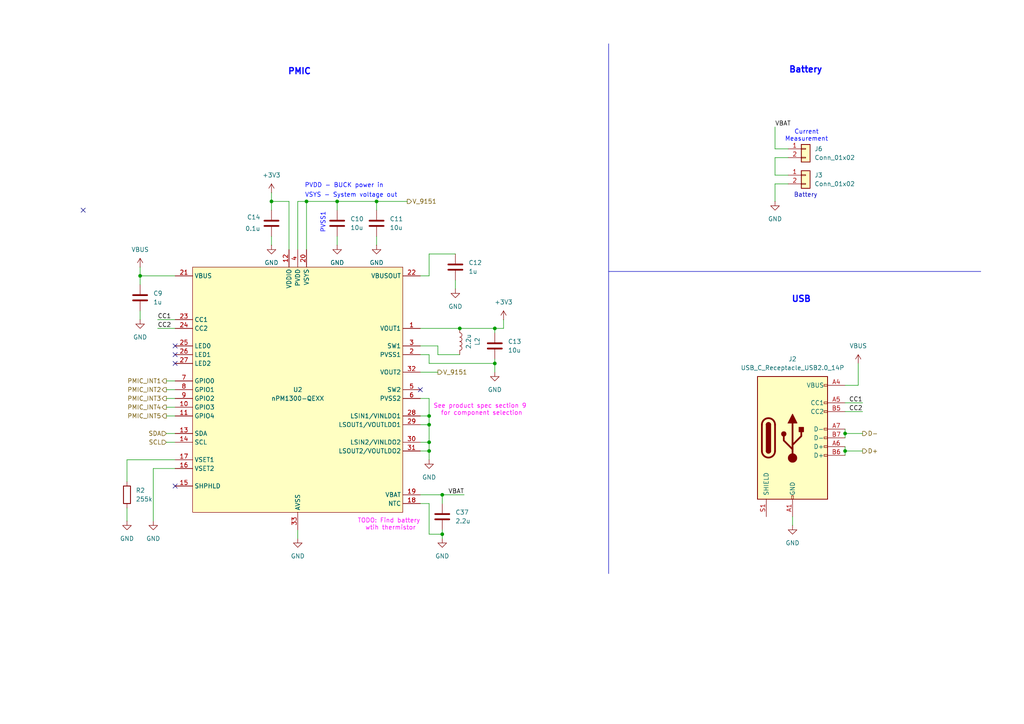
<source format=kicad_sch>
(kicad_sch (version 20250114) (generator "eeschema") (generator_version "9.0")
  (paper "A4")
  (lib_symbols
    (symbol "Connector:USB_C_Receptacle_USB2.0_14P" (pin_names (offset 1.016))
      (property "Reference" "J" (at 0 22.225 0))
      (property "Value" "USB_C_Receptacle_USB2.0_14P" (at 0 19.685 0))
      (symbol "USB_C_Receptacle_USB2.0_14P_0_0"
        (rectangle (start -0.254 -17.78) (end 0.254 -16.764))
        (rectangle (start 10.16 15.494) (end 9.144 14.986))
        (rectangle (start 10.16 10.414) (end 9.144 9.906))
        (rectangle (start 10.16 7.874) (end 9.144 7.366))
        (rectangle (start 10.16 2.794) (end 9.144 2.286))
        (rectangle (start 10.16 0.254) (end 9.144 -0.254))
        (rectangle (start 10.16 -2.286) (end 9.144 -2.794))
        (rectangle (start 10.16 -4.826) (end 9.144 -5.334))
      )
      (symbol "USB_C_Receptacle_USB2.0_14P_0_1"
        (rectangle (start -10.16 17.78) (end 10.16 -17.78) (stroke (width 0.254)) (fill (type background)))
        (polyline (pts (xy -8.89 -3.81) (xy -8.89 3.81)) (stroke (width 0.508)))
        (rectangle (start -7.62 -3.81) (end -6.35 3.81) (stroke (width 0.254)) (fill (type outline)))
        (arc (start -7.62 3.81) (mid -6.985 4.4423) (end -6.35 3.81) (stroke (width 0.254)))
        (arc (start -7.62 3.81) (mid -6.985 4.4423) (end -6.35 3.81) (stroke (width 0.254)) (fill (type outline)))
        (arc (start -8.89 3.81) (mid -6.985 5.7067) (end -5.08 3.81) (stroke (width 0.508)))
        (arc (start -5.08 -3.81) (mid -6.985 -5.7067) (end -8.89 -3.81) (stroke (width 0.508)))
        (arc (start -6.35 -3.81) (mid -6.985 -4.4423) (end -7.62 -3.81) (stroke (width 0.254)))
        (arc (start -6.35 -3.81) (mid -6.985 -4.4423) (end -7.62 -3.81) (stroke (width 0.254)) (fill (type outline)))
        (polyline (pts (xy -5.08 3.81) (xy -5.08 -3.81)) (stroke (width 0.508)))
        (circle (center -2.54 1.143) (radius 0.635) (stroke (width 0.254)) (fill (type outline)))
        (polyline (pts (xy -1.27 4.318) (xy 0 6.858) (xy 1.27 4.318) (xy -1.27 4.318)) (stroke (width 0.254)) (fill (type outline)))
        (polyline (pts (xy 0 -2.032) (xy 2.54 0.508) (xy 2.54 1.778)) (stroke (width 0.508)))
        (polyline (pts (xy 0 -3.302) (xy -2.54 -0.762) (xy -2.54 0.508)) (stroke (width 0.508)))
        (polyline (pts (xy 0 -5.842) (xy 0 4.318)) (stroke (width 0.508)))
        (circle (center 0 -5.842) (radius 1.27) (fill (type outline)))
        (rectangle (start 1.905 1.778) (end 3.175 3.048) (stroke (width 0.254)) (fill (type outline)))
      )
      (symbol "USB_C_Receptacle_USB2.0_14P_1_1"
        (pin passive line (at -7.62 -22.86 90) (length 5.08) (name "SHIELD") (number "S1"))
        (pin passive line (at 0 -22.86 90) (length 5.08) (name "GND") (number "A1"))
        (pin passive line (at 0 -22.86 90) (length 5.08) (hide yes) (name "GND") (number "A12"))
        (pin passive line (at 0 -22.86 90) (length 5.08) (hide yes) (name "GND") (number "B1"))
        (pin passive line (at 0 -22.86 90) (length 5.08) (hide yes) (name "GND") (number "B12"))
        (pin passive line (at 15.24 15.24 180) (length 5.08) (name "VBUS") (number "A4"))
        (pin passive line (at 15.24 15.24 180) (length 5.08) (hide yes) (name "VBUS") (number "A9"))
        (pin passive line (at 15.24 15.24 180) (length 5.08) (hide yes) (name "VBUS") (number "B4"))
        (pin passive line (at 15.24 15.24 180) (length 5.08) (hide yes) (name "VBUS") (number "B9"))
        (pin bidirectional line (at 15.24 10.16 180) (length 5.08) (name "CC1") (number "A5"))
        (pin bidirectional line (at 15.24 7.62 180) (length 5.08) (name "CC2") (number "B5"))
        (pin bidirectional line (at 15.24 2.54 180) (length 5.08) (name "D-") (number "A7"))
        (pin bidirectional line (at 15.24 0 180) (length 5.08) (name "D-") (number "B7"))
        (pin bidirectional line (at 15.24 -2.54 180) (length 5.08) (name "D+") (number "A6"))
        (pin bidirectional line (at 15.24 -5.08 180) (length 5.08) (name "D+") (number "B6"))
      )
    )
    (symbol "Connector_Generic:Conn_01x02" (pin_names (offset 1.016) (hide yes))
      (property "Reference" "J" (at 0 2.54 0))
      (property "Value" "Conn_01x02" (at 0 -5.08 0))
      (symbol "Conn_01x02_1_1"
        (rectangle (start -1.27 1.27) (end 1.27 -3.81) (stroke (width 0.254)) (fill (type background)))
        (rectangle (start -1.27 0.127) (end 0 -0.127) (stroke (width 0.1524)))
        (rectangle (start -1.27 -2.413) (end 0 -2.667) (stroke (width 0.1524)))
        (pin passive line (at -5.08 0 0) (length 3.81) (name "Pin_1") (number "1"))
        (pin passive line (at -5.08 -2.54 0) (length 3.81) (name "Pin_2") (number "2"))
      )
    )
    (symbol "Device:C" (pin_numbers (hide yes)) (pin_names (offset 0.254))
      (property "Reference" "C" (at 0.635 2.54 0))
      (property "Value" "C" (at 0.635 -2.54 0))
      (symbol "C_0_1"
        (polyline (pts (xy -2.032 0.762) (xy 2.032 0.762)) (stroke (width 0.508)))
        (polyline (pts (xy -2.032 -0.762) (xy 2.032 -0.762)) (stroke (width 0.508)))
      )
      (symbol "C_1_1"
        (pin passive line (at 0 3.81 270) (length 2.794) (name "~") (number "1"))
        (pin passive line (at 0 -3.81 90) (length 2.794) (name "~") (number "2"))
      )
    )
    (symbol "Device:L" (pin_numbers (hide yes)) (pin_names (offset 1.016) (hide yes))
      (property "Reference" "L" (at -1.27 0 90))
      (property "Value" "L" (at 1.905 0 90))
      (symbol "L_0_1"
        (arc (start 0 2.54) (mid 0.6323 1.905) (end 0 1.27))
        (arc (start 0 1.27) (mid 0.6323 0.635) (end 0 0))
        (arc (start 0 0) (mid 0.6323 -0.635) (end 0 -1.27))
        (arc (start 0 -1.27) (mid 0.6323 -1.905) (end 0 -2.54))
      )
      (symbol "L_1_1"
        (pin passive line (at 0 3.81 270) (length 1.27) (name "1") (number "1"))
        (pin passive line (at 0 -3.81 90) (length 1.27) (name "2") (number "2"))
      )
    )
    (symbol "Device:R" (pin_numbers (hide yes)) (pin_names (offset 0))
      (property "Reference" "R" (at 2.032 0 90))
      (property "Value" "R" (at 0 0 90))
      (symbol "R_0_1"
        (rectangle (start -1.016 -2.54) (end 1.016 2.54) (stroke (width 0.254)))
      )
      (symbol "R_1_1"
        (pin passive line (at 0 3.81 270) (length 1.27) (name "~") (number "1"))
        (pin passive line (at 0 -3.81 90) (length 1.27) (name "~") (number "2"))
      )
    )
    (symbol "nordic-lib-kicad-npm:nPM1300-QEXX"
      (property "Reference" "U" (at 0 0 0))
      (property "Value" "nPM1300-QEXX" (at 0 -2.54 0))
      (symbol "nPM1300-QEXX_0_0"
        (pin power_in line (at -35.56 33.02 0) (length 5.08) (name "VBUS") (number "21"))
        (pin bidirectional line (at -35.56 20.32 0) (length 5.08) (name "CC1") (number "23"))
        (pin bidirectional line (at -35.56 17.78 0) (length 5.08) (name "CC2") (number "24"))
        (pin open_collector line (at -35.56 12.7 0) (length 5.08) (name "LED0") (number "25"))
        (pin open_collector line (at -35.56 10.16 0) (length 5.08) (name "LED1") (number "26"))
        (pin open_collector line (at -35.56 7.62 0) (length 5.08) (name "LED2") (number "27"))
        (pin bidirectional line (at -35.56 2.54 0) (length 5.08) (name "GPIO0") (number "7"))
        (pin bidirectional line (at -35.56 0 0) (length 5.08) (name "GPIO1") (number "8"))
        (pin bidirectional line (at -35.56 -2.54 0) (length 5.08) (name "GPIO2") (number "9"))
        (pin bidirectional line (at -35.56 -5.08 0) (length 5.08) (name "GPIO3") (number "10"))
        (pin bidirectional line (at -35.56 -7.62 0) (length 5.08) (name "GPIO4") (number "11"))
        (pin bidirectional line (at -35.56 -12.7 0) (length 5.08) (name "SDA") (number "13"))
        (pin bidirectional line (at -35.56 -15.24 0) (length 5.08) (name "SCL") (number "14"))
        (pin passive line (at -35.56 -20.32 0) (length 5.08) (name "VSET1") (number "17"))
        (pin passive line (at -35.56 -22.86 0) (length 5.08) (name "VSET2") (number "16"))
        (pin input line (at -35.56 -27.94 0) (length 5.08) (name "SHPHLD") (number "15"))
        (pin power_in line (at -2.54 40.64 270) (length 5.08) (name "VDDIO") (number "12"))
        (pin power_in line (at 0 40.64 270) (length 5.08) (name "PVDD") (number "4"))
        (pin power_in line (at 0 -40.64 90) (length 5.08) (name "AVSS") (number "33"))
        (pin power_out line (at 2.54 40.64 270) (length 5.08) (name "VSYS") (number "20"))
        (pin power_out line (at 35.56 33.02 180) (length 5.08) (name "VBUSOUT") (number "22"))
        (pin power_out line (at 35.56 17.78 180) (length 5.08) (name "VOUT1") (number "1"))
        (pin passive line (at 35.56 12.7 180) (length 5.08) (name "SW1") (number "3"))
        (pin power_out line (at 35.56 5.08 180) (length 5.08) (name "VOUT2") (number "32"))
        (pin passive line (at 35.56 0 180) (length 5.08) (name "SW2") (number "5"))
        (pin output line (at 35.56 -10.16 180) (length 5.08) (name "LSOUT1/VOUTLDO1") (number "29"))
        (pin input line (at 35.56 -15.24 180) (length 5.08) (name "LSIN2/VINLDO2") (number "30"))
        (pin output line (at 35.56 -17.78 180) (length 5.08) (name "LSOUT2/VOUTLDO2") (number "31"))
        (pin power_in line (at 35.56 -30.48 180) (length 5.08) (name "VBAT") (number "19"))
        (pin passive line (at 35.56 -33.02 180) (length 5.08) (name "NTC") (number "18"))
      )
      (symbol "nPM1300-QEXX_1_0"
        (pin power_in line (at 35.56 10.16 180) (length 5.08) (name "PVSS1") (number "2"))
        (pin power_in line (at 35.56 -2.54 180) (length 5.08) (name "PVSS2") (number "6"))
        (pin input line (at 35.56 -7.62 180) (length 5.08) (name "LSIN1/VINLDO1") (number "28"))
      )
      (symbol "nPM1300-QEXX_1_1"
        (rectangle (start -30.48 35.56) (end 30.48 -35.56) (fill (type background)))
      )
    )
    (symbol "power:+3V3" (power) (pin_numbers (hide yes)) (pin_names (offset 0) (hide yes))
      (property "Value" "+3V3" (at 0 3.556 0))
      (symbol "+3V3_0_1"
        (polyline (pts (xy -0.762 1.27) (xy 0 2.54)))
        (polyline (pts (xy 0 2.54) (xy 0.762 1.27)))
        (polyline (pts (xy 0 0) (xy 0 2.54)))
      )
      (symbol "+3V3_1_1"
        (pin power_in line (at 0 0 90) (length 0) (name "~") (number "1"))
      )
    )
    (symbol "power:GND" (power) (pin_numbers (hide yes)) (pin_names (offset 0) (hide yes))
      (property "Value" "GND" (at 0 -3.81 0))
      (symbol "GND_0_1"
        (polyline (pts (xy 0 0) (xy 0 -1.27) (xy 1.27 -1.27) (xy 0 -2.54) (xy -1.27 -1.27) (xy 0 -1.27)))
      )
      (symbol "GND_1_1"
        (pin power_in line (at 0 0 270) (length 0) (name "~") (number "1"))
      )
    )
    (symbol "power:VBUS" (power) (pin_numbers (hide yes)) (pin_names (offset 0) (hide yes))
      (property "Value" "VBUS" (at 0 3.556 0))
      (symbol "VBUS_0_1"
        (polyline (pts (xy -0.762 1.27) (xy 0 2.54)))
        (polyline (pts (xy 0 2.54) (xy 0.762 1.27)))
        (polyline (pts (xy 0 0) (xy 0 2.54)))
      )
      (symbol "VBUS_1_1"
        (pin power_in line (at 0 0 90) (length 0) (name "~") (number "1"))
      )
    )
  )
  (text "TODO: Find battery \nwtih thermistor" (at 113.284 152.146 0) (effects (font (size 1.27 1.27))))
  (text "PMIC" (at 86.868 20.828 0) (effects (font (size 1.778 1.778) (thickness 0.3556) (bold yes))))
  (text "Battery\n" (at 233.68 56.642 0) (effects (font (size 1.27 1.27))))
  (text "Battery" (at 233.68 20.32 0) (effects (font (size 1.778 1.778) (thickness 0.3556) (bold yes))))
  (text "USB" (at 232.41 86.868 0) (effects (font (size 1.778 1.778) (thickness 0.3556) (bold yes))))
  (text "PVDD - BUCK power in" (at 99.822 53.848 0) (effects (font (size 1.27 1.27))))
  (text "See product spec section 9 \nfor component selection" (at 139.7 118.872 0) (effects (font (size 1.27 1.27))))
  (text "VSYS - System voltage out" (at 101.854 56.642 0) (effects (font (size 1.27 1.27))))
  (text "Current\nMeasurement" (at 233.934 39.37 0) (effects (font (size 1.27 1.27))))
  (text "PVSS1" (at 93.726 64.516 90) (effects (font (size 1.27 1.27))))
  (junction (at 97.79 58.42))
  (junction (at 128.27 143.51))
  (junction (at 133.35 95.25))
  (junction (at 245.11 125.73))
  (junction (at 40.64 80.01))
  (junction (at 128.27 154.94))
  (junction (at 124.46 123.19))
  (junction (at 109.22 58.42))
  (junction (at 124.46 120.65))
  (junction (at 124.46 130.81))
  (junction (at 124.46 128.27))
  (junction (at 245.11 130.81))
  (junction (at 143.51 105.41))
  (junction (at 78.74 58.42))
  (junction (at 88.9 58.42))
  (junction (at 143.51 95.25))
  (no_connect (at 50.8 100.33))
  (no_connect (at 24.13 60.96))
  (no_connect (at 50.8 140.97))
  (no_connect (at 50.8 102.87))
  (no_connect (at 121.92 113.03))
  (no_connect (at 50.8 105.41))
  (wire (pts (xy 97.79 58.42) (xy 88.9 58.42)))
  (wire (pts (xy 48.26 113.03) (xy 50.8 113.03)))
  (wire (pts (xy 121.92 120.65) (xy 124.46 120.65)))
  (wire (pts (xy 86.36 58.42) (xy 86.36 72.39)))
  (wire (pts (xy 245.11 111.76) (xy 248.92 111.76)))
  (wire (pts (xy 128.27 153.67) (xy 128.27 154.94)))
  (wire (pts (xy 44.45 135.89) (xy 44.45 151.13)))
  (wire (pts (xy 40.64 77.47) (xy 40.64 80.01)))
  (polyline (pts (xy 176.53 78.74) (xy 284.48 78.74)))
  (wire (pts (xy 83.82 58.42) (xy 83.82 72.39)))
  (wire (pts (xy 40.64 90.17) (xy 40.64 92.71)))
  (wire (pts (xy 143.51 105.41) (xy 143.51 107.95)))
  (wire (pts (xy 124.46 128.27) (xy 124.46 130.81)))
  (wire (pts (xy 121.92 95.25) (xy 133.35 95.25)))
  (wire (pts (xy 124.46 123.19) (xy 124.46 128.27)))
  (wire (pts (xy 78.74 58.42) (xy 78.74 60.96)))
  (wire (pts (xy 245.11 119.38) (xy 250.19 119.38)))
  (wire (pts (xy 124.46 154.94) (xy 128.27 154.94)))
  (wire (pts (xy 133.35 95.25) (xy 143.51 95.25)))
  (wire (pts (xy 45.72 92.71) (xy 50.8 92.71)))
  (wire (pts (xy 124.46 105.41) (xy 124.46 102.87)))
  (wire (pts (xy 245.11 130.81) (xy 245.11 132.08)))
  (wire (pts (xy 128.27 143.51) (xy 128.27 146.05)))
  (wire (pts (xy 143.51 104.14) (xy 143.51 105.41)))
  (wire (pts (xy 124.46 73.66) (xy 132.08 73.66)))
  (wire (pts (xy 121.92 146.05) (xy 124.46 146.05)))
  (wire (pts (xy 128.27 143.51) (xy 134.62 143.51)))
  (polyline (pts (xy 176.53 12.7) (xy 176.53 166.37)))
  (wire (pts (xy 109.22 58.42) (xy 97.79 58.42)))
  (wire (pts (xy 248.92 105.41) (xy 248.92 111.76)))
  (wire (pts (xy 109.22 68.58) (xy 109.22 71.12)))
  (wire (pts (xy 124.46 80.01) (xy 124.46 73.66)))
  (wire (pts (xy 109.22 58.42) (xy 109.22 60.96)))
  (wire (pts (xy 48.26 115.57) (xy 50.8 115.57)))
  (wire (pts (xy 224.79 45.72) (xy 224.79 50.8)))
  (wire (pts (xy 146.05 95.25) (xy 146.05 92.71)))
  (wire (pts (xy 109.22 58.42) (xy 118.11 58.42)))
  (wire (pts (xy 228.6 43.18) (xy 224.79 43.18)))
  (wire (pts (xy 127 100.33) (xy 127 102.87)))
  (wire (pts (xy 78.74 55.88) (xy 78.74 58.42)))
  (wire (pts (xy 88.9 58.42) (xy 88.9 72.39)))
  (wire (pts (xy 45.72 95.25) (xy 50.8 95.25)))
  (wire (pts (xy 48.26 110.49) (xy 50.8 110.49)))
  (wire (pts (xy 245.11 124.46) (xy 245.11 125.73)))
  (wire (pts (xy 48.26 118.11) (xy 50.8 118.11)))
  (wire (pts (xy 97.79 58.42) (xy 97.79 60.96)))
  (wire (pts (xy 40.64 80.01) (xy 50.8 80.01)))
  (wire (pts (xy 97.79 68.58) (xy 97.79 71.12)))
  (wire (pts (xy 127 102.87) (xy 133.35 102.87)))
  (wire (pts (xy 143.51 95.25) (xy 143.51 96.52)))
  (wire (pts (xy 121.92 130.81) (xy 124.46 130.81)))
  (wire (pts (xy 224.79 53.34) (xy 224.79 58.42)))
  (wire (pts (xy 40.64 80.01) (xy 40.64 82.55)))
  (wire (pts (xy 78.74 68.58) (xy 78.74 71.12)))
  (wire (pts (xy 124.46 102.87) (xy 121.92 102.87)))
  (wire (pts (xy 124.46 146.05) (xy 124.46 154.94)))
  (wire (pts (xy 50.8 135.89) (xy 44.45 135.89)))
  (wire (pts (xy 245.11 125.73) (xy 250.19 125.73)))
  (wire (pts (xy 48.26 125.73) (xy 50.8 125.73)))
  (wire (pts (xy 121.92 100.33) (xy 127 100.33)))
  (wire (pts (xy 86.36 153.67) (xy 86.36 156.21)))
  (wire (pts (xy 36.83 147.32) (xy 36.83 151.13)))
  (wire (pts (xy 228.6 45.72) (xy 224.79 45.72)))
  (wire (pts (xy 224.79 50.8) (xy 228.6 50.8)))
  (wire (pts (xy 78.74 58.42) (xy 83.82 58.42)))
  (wire (pts (xy 121.92 143.51) (xy 128.27 143.51)))
  (wire (pts (xy 124.46 105.41) (xy 143.51 105.41)))
  (wire (pts (xy 121.92 123.19) (xy 124.46 123.19)))
  (wire (pts (xy 128.27 154.94) (xy 128.27 156.21)))
  (wire (pts (xy 121.92 128.27) (xy 124.46 128.27)))
  (wire (pts (xy 86.36 58.42) (xy 88.9 58.42)))
  (wire (pts (xy 245.11 125.73) (xy 245.11 127)))
  (wire (pts (xy 245.11 116.84) (xy 250.19 116.84)))
  (wire (pts (xy 245.11 129.54) (xy 245.11 130.81)))
  (wire (pts (xy 229.87 149.86) (xy 229.87 152.4)))
  (wire (pts (xy 48.26 128.27) (xy 50.8 128.27)))
  (wire (pts (xy 121.92 107.95) (xy 127 107.95)))
  (wire (pts (xy 48.26 120.65) (xy 50.8 120.65)))
  (wire (pts (xy 228.6 53.34) (xy 224.79 53.34)))
  (wire (pts (xy 121.92 80.01) (xy 124.46 80.01)))
  (wire (pts (xy 124.46 130.81) (xy 124.46 133.35)))
  (wire (pts (xy 245.11 130.81) (xy 250.19 130.81)))
  (wire (pts (xy 224.79 36.83) (xy 224.79 43.18)))
  (wire (pts (xy 143.51 95.25) (xy 146.05 95.25)))
  (wire (pts (xy 36.83 133.35) (xy 36.83 139.7)))
  (wire (pts (xy 121.92 115.57) (xy 124.46 115.57)))
  (wire (pts (xy 50.8 133.35) (xy 36.83 133.35)))
  (wire (pts (xy 132.08 81.28) (xy 132.08 83.82)))
  (wire (pts (xy 124.46 115.57) (xy 124.46 120.65)))
  (wire (pts (xy 124.46 120.65) (xy 124.46 123.19)))
  (label "CC1" (at 250.19 116.84 180))
  (label "CC2" (at 250.19 119.38 180))
  (label "VBAT" (at 224.79 36.83 0))
  (label "VBAT" (at 134.62 143.51 180))
  (label "CC1" (at 45.72 92.71 0))
  (label "CC2" (at 45.72 95.25 0))
  (hierarchical_label "PMIC_INT2" (shape output) (at 48.26 113.03 180))
  (hierarchical_label "PMIC_INT3" (shape output) (at 48.26 115.57 180))
  (hierarchical_label "D+" (shape output) (at 250.19 130.81 0))
  (hierarchical_label "V_9151" (shape output) (at 118.11 58.42 0))
  (hierarchical_label "SCL" (shape input) (at 48.26 128.27 180))
  (hierarchical_label "SDA" (shape input) (at 48.26 125.73 180))
  (hierarchical_label "PMIC_INT5" (shape output) (at 48.26 120.65 180))
  (hierarchical_label "V_9151" (shape output) (at 127 107.95 0))
  (hierarchical_label "PMIC_INT1" (shape output) (at 48.26 110.49 180))
  (hierarchical_label "D-" (shape output) (at 250.19 125.73 0))
  (hierarchical_label "PMIC_INT4" (shape output) (at 48.26 118.11 180))
  (symbol (lib_id "power:GND") (at 124.46 133.35 0) (unit 1)
    (property "Reference" "#PWR020" (effects (hide yes)))
    (property "Value" "GND" (at 124.46 138.43 0))
    (property "Description" "Power symbol creates a global label with name \"GND\" , ground" (effects (hide yes)))
  )
  (symbol (lib_id "Connector_Generic:Conn_01x02") (at 233.68 43.18 0) (unit 1)
    (property "Reference" "J6" (at 236.22 43.1799 0) (effects (justify left)))
    (property "Value" "Conn_01x02" (at 236.22 45.7199 0) (effects (justify left)))
    (property "Description" "Generic connector, single row, 01x02, script generated (kicad-library-utils/schlib/autogen/connector/)" (effects (hide yes)))
  )
  (symbol (lib_id "Connector_Generic:Conn_01x02") (at 233.68 50.8 0) (unit 1)
    (property "Reference" "J3" (at 236.22 50.7999 0) (effects (justify left)))
    (property "Value" "Conn_01x02" (at 236.22 53.3399 0) (effects (justify left)))
    (property "Description" "Generic connector, single row, 01x02, script generated (kicad-library-utils/schlib/autogen/connector/)" (effects (hide yes)))
  )
  (symbol (lib_id "nordic-lib-kicad-npm:nPM1300-QEXX") (at 86.36 113.03 0) (unit 1)
    (property "Reference" "U2" (at 86.36 113.03 0))
    (property "Value" "nPM1300-QEXX" (at 86.36 115.57 0))
    (property "Footprint" "Package_DFN_QFN:QFN-32-1EP_5x5mm_P0.5mm_EP3.6x3.6mm_ThermalVias" (effects (hide yes)))
    (property "Datasheet" "https://docs.nordicsemi.com/bundle/ps_npm1300" (effects (hide yes)))
    (property "Description" "PMIC, LED Driver, Battery Charger, QFN-32" (effects (hide yes)))
  )
  (symbol (lib_id "Device:C") (at 128.27 149.86 0) (unit 1)
    (property "Reference" "C37" (at 132.08 148.5899 0) (effects (justify left)))
    (property "Value" "2.2u" (at 132.08 151.1299 0) (effects (justify left)))
    (property "Description" "Unpolarized capacitor" (effects (hide yes)))
  )
  (symbol (lib_id "Connector:USB_C_Receptacle_USB2.0_14P") (at 229.87 127 0) (unit 1)
    (property "Reference" "J2" (at 229.87 104.14 0))
    (property "Value" "USB_C_Receptacle_USB2.0_14P" (at 229.87 106.68 0))
    (property "Datasheet" "https://www.usb.org/sites/default/files/documents/usb_type-c.zip" (effects (hide yes)))
    (property "Description" "USB 2.0-only 14P Type-C Receptacle connector" (effects (hide yes)))
  )
  (symbol (lib_id "Device:C") (at 132.08 77.47 0) (unit 1)
    (property "Reference" "C12" (at 135.89 76.1999 0) (effects (justify left)))
    (property "Value" "1u" (at 135.89 78.7399 0) (effects (justify left)))
    (property "Description" "Unpolarized capacitor" (effects (hide yes)))
  )
  (symbol (lib_id "power:GND") (at 78.74 71.12 0) (unit 1)
    (property "Reference" "#PWR076" (effects (hide yes)))
    (property "Value" "GND" (at 78.74 76.2 0))
    (property "Description" "Power symbol creates a global label with name \"GND\" , ground" (effects (hide yes)))
  )
  (symbol (lib_id "power:GND") (at 44.45 151.13 0) (unit 1)
    (property "Reference" "#PWR023" (effects (hide yes)))
    (property "Value" "GND" (at 44.45 156.21 0))
    (property "Description" "Power symbol creates a global label with name \"GND\" , ground" (effects (hide yes)))
  )
  (symbol (lib_id "Device:C") (at 143.51 100.33 0) (unit 1)
    (property "Reference" "C13" (at 147.32 99.0599 0) (effects (justify left)))
    (property "Value" "10u" (at 147.32 101.5999 0) (effects (justify left)))
    (property "Description" "Unpolarized capacitor" (effects (hide yes)))
  )
  (symbol (lib_id "Device:L") (at 133.35 99.06 0) (unit 1)
    (property "Reference" "L2" (at 138.43 99.06 90))
    (property "Value" "2.2u" (at 135.89 99.06 90))
    (property "Description" "Inductor" (effects (hide yes)))
  )
  (symbol (lib_id "power:GND") (at 128.27 156.21 0) (unit 1)
    (property "Reference" "#PWR077" (effects (hide yes)))
    (property "Value" "GND" (at 128.27 161.29 0))
    (property "Description" "Power symbol creates a global label with name \"GND\" , ground" (effects (hide yes)))
  )
  (symbol (lib_id "Device:C") (at 109.22 64.77 0) (unit 1)
    (property "Reference" "C11" (at 113.03 63.4999 0) (effects (justify left)))
    (property "Value" "10u" (at 113.03 66.0399 0) (effects (justify left)))
    (property "Description" "Unpolarized capacitor" (effects (hide yes)))
  )
  (symbol (lib_id "power:GND") (at 143.51 107.95 0) (unit 1)
    (property "Reference" "#PWR021" (effects (hide yes)))
    (property "Value" "GND" (at 143.51 113.03 0))
    (property "Description" "Power symbol creates a global label with name \"GND\" , ground" (effects (hide yes)))
  )
  (symbol (lib_id "power:GND") (at 132.08 83.82 0) (unit 1)
    (property "Reference" "#PWR079" (effects (hide yes)))
    (property "Value" "GND" (at 132.08 88.9 0))
    (property "Description" "Power symbol creates a global label with name \"GND\" , ground" (effects (hide yes)))
  )
  (symbol (lib_id "power:GND") (at 109.22 71.12 0) (unit 1)
    (property "Reference" "#PWR019" (effects (hide yes)))
    (property "Value" "GND" (at 109.22 76.2 0))
    (property "Description" "Power symbol creates a global label with name \"GND\" , ground" (effects (hide yes)))
  )
  (symbol (lib_id "power:VBUS") (at 248.92 105.41 0) (unit 1)
    (property "Reference" "#PWR014" (effects (hide yes)))
    (property "Value" "VBUS" (at 248.92 100.33 0))
    (property "Description" "Power symbol creates a global label with name \"VBUS\"" (effects (hide yes)))
  )
  (symbol (lib_id "Device:R") (at 36.83 143.51 0) (unit 1)
    (property "Reference" "R2" (at 39.37 142.2399 0) (effects (justify left)))
    (property "Value" "255k" (at 39.37 144.7799 0) (effects (justify left)))
    (property "Description" "Resistor" (effects (hide yes)))
  )
  (symbol (lib_id "power:GND") (at 97.79 71.12 0) (unit 1)
    (property "Reference" "#PWR018" (effects (hide yes)))
    (property "Value" "GND" (at 97.79 76.2 0))
    (property "Description" "Power symbol creates a global label with name \"GND\" , ground" (effects (hide yes)))
  )
  (symbol (lib_id "Device:C") (at 78.74 64.77 0) (unit 1)
    (property "Reference" "C14" (at 71.628 62.992 0) (effects (justify left)))
    (property "Value" "0.1u" (at 71.12 66.294 0) (effects (justify left)))
    (property "Description" "Unpolarized capacitor" (effects (hide yes)))
  )
  (symbol (lib_id "power:GND") (at 86.36 156.21 0) (unit 1)
    (property "Reference" "#PWR078" (effects (hide yes)))
    (property "Value" "GND" (at 86.36 161.29 0))
    (property "Description" "Power symbol creates a global label with name \"GND\" , ground" (effects (hide yes)))
  )
  (symbol (lib_id "power:GND") (at 229.87 152.4 0) (unit 1)
    (property "Reference" "#PWR013" (effects (hide yes)))
    (property "Value" "GND" (at 229.87 157.48 0))
    (property "Description" "Power symbol creates a global label with name \"GND\" , ground" (effects (hide yes)))
  )
  (symbol (lib_id "power:GND") (at 36.83 151.13 0) (unit 1)
    (property "Reference" "#PWR015" (effects (hide yes)))
    (property "Value" "GND" (at 36.83 156.21 0))
    (property "Description" "Power symbol creates a global label with name \"GND\" , ground" (effects (hide yes)))
  )
  (symbol (lib_id "power:VBUS") (at 40.64 77.47 0) (unit 1)
    (property "Reference" "#PWR016" (effects (hide yes)))
    (property "Value" "VBUS" (at 40.64 72.39 0))
    (property "Description" "Power symbol creates a global label with name \"VBUS\"" (effects (hide yes)))
  )
  (symbol (lib_id "power:GND") (at 40.64 92.71 0) (unit 1)
    (property "Reference" "#PWR04" (effects (hide yes)))
    (property "Value" "GND" (at 40.64 97.79 0))
    (property "Description" "Power symbol creates a global label with name \"GND\" , ground" (effects (hide yes)))
  )
  (symbol (lib_id "power:+3V3") (at 146.05 92.71 0) (unit 1)
    (property "Reference" "#PWR022" (effects (hide yes)))
    (property "Value" "+3V3" (at 146.05 87.63 0))
    (property "Description" "Power symbol creates a global label with name \"+3V3\"" (effects (hide yes)))
  )
  (symbol (lib_id "power:GND") (at 224.79 58.42 0) (unit 1)
    (property "Reference" "#PWR017" (effects (hide yes)))
    (property "Value" "GND" (at 224.79 63.5 0))
    (property "Description" "Power symbol creates a global label with name \"GND\" , ground" (effects (hide yes)))
  )
  (symbol (lib_id "power:+3V3") (at 78.74 55.88 0) (unit 1)
    (property "Reference" "#PWR024" (effects (hide yes)))
    (property "Value" "+3V3" (at 78.74 50.8 0))
    (property "Description" "Power symbol creates a global label with name \"+3V3\"" (effects (hide yes)))
  )
  (symbol (lib_id "Device:C") (at 97.79 64.77 0) (unit 1)
    (property "Reference" "C10" (at 101.6 63.4999 0) (effects (justify left)))
    (property "Value" "10u" (at 101.6 66.0399 0) (effects (justify left)))
    (property "Description" "Unpolarized capacitor" (effects (hide yes)))
  )
  (symbol (lib_id "Device:C") (at 40.64 86.36 0) (unit 1)
    (property "Reference" "C9" (at 44.45 85.0899 0) (effects (justify left)))
    (property "Value" "1u" (at 44.45 87.6299 0) (effects (justify left)))
    (property "Description" "Unpolarized capacitor" (effects (hide yes)))
  )
)
</source>
